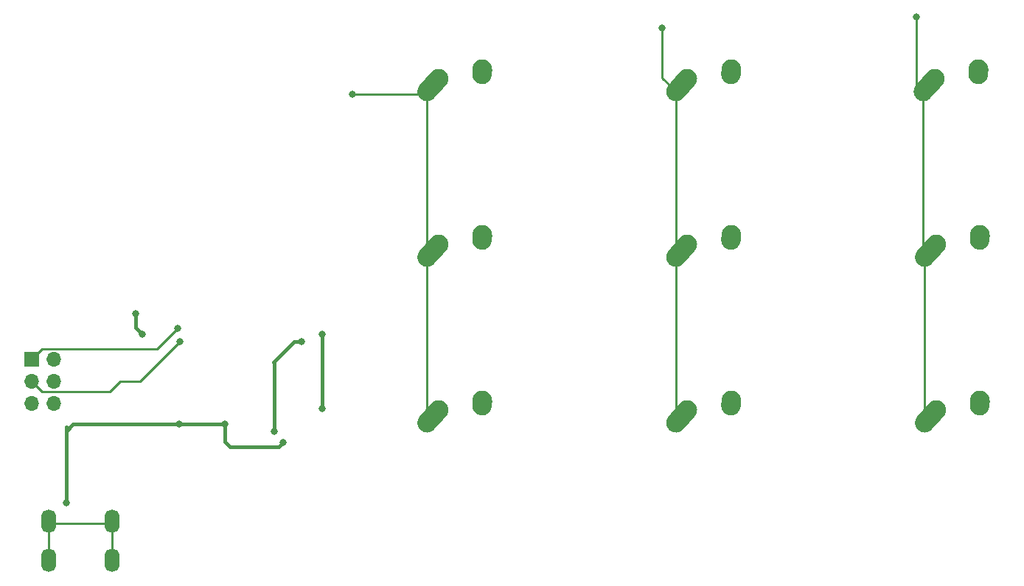
<source format=gtl>
%TF.GenerationSoftware,KiCad,Pcbnew,(5.1.10-1-10_14)*%
%TF.CreationDate,2021-07-24T22:10:12-05:00*%
%TF.ProjectId,Untitled,556e7469-746c-4656-942e-6b696361645f,rev?*%
%TF.SameCoordinates,Original*%
%TF.FileFunction,Copper,L1,Top*%
%TF.FilePolarity,Positive*%
%FSLAX46Y46*%
G04 Gerber Fmt 4.6, Leading zero omitted, Abs format (unit mm)*
G04 Created by KiCad (PCBNEW (5.1.10-1-10_14)) date 2021-07-24 22:10:12*
%MOMM*%
%LPD*%
G01*
G04 APERTURE LIST*
%TA.AperFunction,ComponentPad*%
%ADD10O,1.700000X1.700000*%
%TD*%
%TA.AperFunction,ComponentPad*%
%ADD11R,1.700000X1.700000*%
%TD*%
%TA.AperFunction,ComponentPad*%
%ADD12O,1.700000X2.700000*%
%TD*%
%TA.AperFunction,ComponentPad*%
%ADD13C,2.250000*%
%TD*%
%TA.AperFunction,ViaPad*%
%ADD14C,0.800000*%
%TD*%
%TA.AperFunction,Conductor*%
%ADD15C,0.381000*%
%TD*%
%TA.AperFunction,Conductor*%
%ADD16C,0.254000*%
%TD*%
G04 APERTURE END LIST*
D10*
%TO.P,J1,6*%
%TO.N,GND*%
X46990000Y-101600000D03*
%TO.P,J1,5*%
%TO.N,Net-(J1-Pad5)*%
X44450000Y-101600000D03*
%TO.P,J1,4*%
%TO.N,Net-(J1-Pad4)*%
X46990000Y-99060000D03*
%TO.P,J1,3*%
%TO.N,Net-(J1-Pad3)*%
X44450000Y-99060000D03*
%TO.P,J1,2*%
%TO.N,+5V*%
X46990000Y-96520000D03*
D11*
%TO.P,J1,1*%
%TO.N,Net-(J1-Pad1)*%
X44450000Y-96520000D03*
%TD*%
D12*
%TO.P,USB1,6*%
%TO.N,Net-(USB1-Pad6)*%
X53656250Y-115134000D03*
X46356250Y-115134000D03*
X46356250Y-119634000D03*
X53656250Y-119634000D03*
%TD*%
D13*
%TO.P,MX9,1*%
%TO.N,COL2*%
X148153750Y-64262500D03*
%TA.AperFunction,ComponentPad*%
G36*
G01*
X146092438Y-66559850D02*
X146092433Y-66559845D01*
G75*
G02*
X146006405Y-64971183I751317J837345D01*
G01*
X147316407Y-63511183D01*
G75*
G02*
X148905069Y-63425155I837345J-751317D01*
G01*
X148905069Y-63425155D01*
G75*
G02*
X148991097Y-65013817I-751317J-837345D01*
G01*
X147681095Y-66473817D01*
G75*
G02*
X146092433Y-66559845I-837345J751317D01*
G01*
G37*
%TD.AperFunction*%
%TO.P,MX9,2*%
%TO.N,Net-(D9-Pad2)*%
X153193750Y-63182500D03*
%TA.AperFunction,ComponentPad*%
G36*
G01*
X153077233Y-64884895D02*
X153076347Y-64884834D01*
G75*
G02*
X152031416Y-63685097I77403J1122334D01*
G01*
X152071416Y-63105097D01*
G75*
G02*
X153271153Y-62060166I1122334J-77403D01*
G01*
X153271153Y-62060166D01*
G75*
G02*
X154316084Y-63259903I-77403J-1122334D01*
G01*
X154276084Y-63839903D01*
G75*
G02*
X153076347Y-64884834I-1122334J77403D01*
G01*
G37*
%TD.AperFunction*%
%TD*%
%TO.P,MX5,1*%
%TO.N,COL0*%
X91162500Y-102362500D03*
%TA.AperFunction,ComponentPad*%
G36*
G01*
X89101188Y-104659850D02*
X89101183Y-104659845D01*
G75*
G02*
X89015155Y-103071183I751317J837345D01*
G01*
X90325157Y-101611183D01*
G75*
G02*
X91913819Y-101525155I837345J-751317D01*
G01*
X91913819Y-101525155D01*
G75*
G02*
X91999847Y-103113817I-751317J-837345D01*
G01*
X90689845Y-104573817D01*
G75*
G02*
X89101183Y-104659845I-837345J751317D01*
G01*
G37*
%TD.AperFunction*%
%TO.P,MX5,2*%
%TO.N,Net-(D5-Pad2)*%
X96202500Y-101282500D03*
%TA.AperFunction,ComponentPad*%
G36*
G01*
X96085983Y-102984895D02*
X96085097Y-102984834D01*
G75*
G02*
X95040166Y-101785097I77403J1122334D01*
G01*
X95080166Y-101205097D01*
G75*
G02*
X96279903Y-100160166I1122334J-77403D01*
G01*
X96279903Y-100160166D01*
G75*
G02*
X97324834Y-101359903I-77403J-1122334D01*
G01*
X97284834Y-101939903D01*
G75*
G02*
X96085097Y-102984834I-1122334J77403D01*
G01*
G37*
%TD.AperFunction*%
%TD*%
%TO.P,MX1,1*%
%TO.N,COL0*%
X91162500Y-64262500D03*
%TA.AperFunction,ComponentPad*%
G36*
G01*
X89101188Y-66559850D02*
X89101183Y-66559845D01*
G75*
G02*
X89015155Y-64971183I751317J837345D01*
G01*
X90325157Y-63511183D01*
G75*
G02*
X91913819Y-63425155I837345J-751317D01*
G01*
X91913819Y-63425155D01*
G75*
G02*
X91999847Y-65013817I-751317J-837345D01*
G01*
X90689845Y-66473817D01*
G75*
G02*
X89101183Y-66559845I-837345J751317D01*
G01*
G37*
%TD.AperFunction*%
%TO.P,MX1,2*%
%TO.N,Net-(D1-Pad2)*%
X96202500Y-63182500D03*
%TA.AperFunction,ComponentPad*%
G36*
G01*
X96085983Y-64884895D02*
X96085097Y-64884834D01*
G75*
G02*
X95040166Y-63685097I77403J1122334D01*
G01*
X95080166Y-63105097D01*
G75*
G02*
X96279903Y-62060166I1122334J-77403D01*
G01*
X96279903Y-62060166D01*
G75*
G02*
X97324834Y-63259903I-77403J-1122334D01*
G01*
X97284834Y-63839903D01*
G75*
G02*
X96085097Y-64884834I-1122334J77403D01*
G01*
G37*
%TD.AperFunction*%
%TD*%
%TO.P,MX6,1*%
%TO.N,COL1*%
X119737500Y-102362500D03*
%TA.AperFunction,ComponentPad*%
G36*
G01*
X117676188Y-104659850D02*
X117676183Y-104659845D01*
G75*
G02*
X117590155Y-103071183I751317J837345D01*
G01*
X118900157Y-101611183D01*
G75*
G02*
X120488819Y-101525155I837345J-751317D01*
G01*
X120488819Y-101525155D01*
G75*
G02*
X120574847Y-103113817I-751317J-837345D01*
G01*
X119264845Y-104573817D01*
G75*
G02*
X117676183Y-104659845I-837345J751317D01*
G01*
G37*
%TD.AperFunction*%
%TO.P,MX6,2*%
%TO.N,Net-(D6-Pad2)*%
X124777500Y-101282500D03*
%TA.AperFunction,ComponentPad*%
G36*
G01*
X124660983Y-102984895D02*
X124660097Y-102984834D01*
G75*
G02*
X123615166Y-101785097I77403J1122334D01*
G01*
X123655166Y-101205097D01*
G75*
G02*
X124854903Y-100160166I1122334J-77403D01*
G01*
X124854903Y-100160166D01*
G75*
G02*
X125899834Y-101359903I-77403J-1122334D01*
G01*
X125859834Y-101939903D01*
G75*
G02*
X124660097Y-102984834I-1122334J77403D01*
G01*
G37*
%TD.AperFunction*%
%TD*%
%TO.P,MX8,1*%
%TO.N,COL2*%
X148312500Y-102362500D03*
%TA.AperFunction,ComponentPad*%
G36*
G01*
X146251188Y-104659850D02*
X146251183Y-104659845D01*
G75*
G02*
X146165155Y-103071183I751317J837345D01*
G01*
X147475157Y-101611183D01*
G75*
G02*
X149063819Y-101525155I837345J-751317D01*
G01*
X149063819Y-101525155D01*
G75*
G02*
X149149847Y-103113817I-751317J-837345D01*
G01*
X147839845Y-104573817D01*
G75*
G02*
X146251183Y-104659845I-837345J751317D01*
G01*
G37*
%TD.AperFunction*%
%TO.P,MX8,2*%
%TO.N,Net-(D8-Pad2)*%
X153352500Y-101282500D03*
%TA.AperFunction,ComponentPad*%
G36*
G01*
X153235983Y-102984895D02*
X153235097Y-102984834D01*
G75*
G02*
X152190166Y-101785097I77403J1122334D01*
G01*
X152230166Y-101205097D01*
G75*
G02*
X153429903Y-100160166I1122334J-77403D01*
G01*
X153429903Y-100160166D01*
G75*
G02*
X154474834Y-101359903I-77403J-1122334D01*
G01*
X154434834Y-101939903D01*
G75*
G02*
X153235097Y-102984834I-1122334J77403D01*
G01*
G37*
%TD.AperFunction*%
%TD*%
%TO.P,MX7,1*%
%TO.N,COL2*%
X148312500Y-83312500D03*
%TA.AperFunction,ComponentPad*%
G36*
G01*
X146251188Y-85609850D02*
X146251183Y-85609845D01*
G75*
G02*
X146165155Y-84021183I751317J837345D01*
G01*
X147475157Y-82561183D01*
G75*
G02*
X149063819Y-82475155I837345J-751317D01*
G01*
X149063819Y-82475155D01*
G75*
G02*
X149149847Y-84063817I-751317J-837345D01*
G01*
X147839845Y-85523817D01*
G75*
G02*
X146251183Y-85609845I-837345J751317D01*
G01*
G37*
%TD.AperFunction*%
%TO.P,MX7,2*%
%TO.N,Net-(D7-Pad2)*%
X153352500Y-82232500D03*
%TA.AperFunction,ComponentPad*%
G36*
G01*
X153235983Y-83934895D02*
X153235097Y-83934834D01*
G75*
G02*
X152190166Y-82735097I77403J1122334D01*
G01*
X152230166Y-82155097D01*
G75*
G02*
X153429903Y-81110166I1122334J-77403D01*
G01*
X153429903Y-81110166D01*
G75*
G02*
X154474834Y-82309903I-77403J-1122334D01*
G01*
X154434834Y-82889903D01*
G75*
G02*
X153235097Y-83934834I-1122334J77403D01*
G01*
G37*
%TD.AperFunction*%
%TD*%
%TO.P,MX2,1*%
%TO.N,COL1*%
X119737500Y-64262500D03*
%TA.AperFunction,ComponentPad*%
G36*
G01*
X117676188Y-66559850D02*
X117676183Y-66559845D01*
G75*
G02*
X117590155Y-64971183I751317J837345D01*
G01*
X118900157Y-63511183D01*
G75*
G02*
X120488819Y-63425155I837345J-751317D01*
G01*
X120488819Y-63425155D01*
G75*
G02*
X120574847Y-65013817I-751317J-837345D01*
G01*
X119264845Y-66473817D01*
G75*
G02*
X117676183Y-66559845I-837345J751317D01*
G01*
G37*
%TD.AperFunction*%
%TO.P,MX2,2*%
%TO.N,Net-(D2-Pad2)*%
X124777500Y-63182500D03*
%TA.AperFunction,ComponentPad*%
G36*
G01*
X124660983Y-64884895D02*
X124660097Y-64884834D01*
G75*
G02*
X123615166Y-63685097I77403J1122334D01*
G01*
X123655166Y-63105097D01*
G75*
G02*
X124854903Y-62060166I1122334J-77403D01*
G01*
X124854903Y-62060166D01*
G75*
G02*
X125899834Y-63259903I-77403J-1122334D01*
G01*
X125859834Y-63839903D01*
G75*
G02*
X124660097Y-64884834I-1122334J77403D01*
G01*
G37*
%TD.AperFunction*%
%TD*%
%TO.P,MX4,1*%
%TO.N,COL1*%
X119737500Y-83312500D03*
%TA.AperFunction,ComponentPad*%
G36*
G01*
X117676188Y-85609850D02*
X117676183Y-85609845D01*
G75*
G02*
X117590155Y-84021183I751317J837345D01*
G01*
X118900157Y-82561183D01*
G75*
G02*
X120488819Y-82475155I837345J-751317D01*
G01*
X120488819Y-82475155D01*
G75*
G02*
X120574847Y-84063817I-751317J-837345D01*
G01*
X119264845Y-85523817D01*
G75*
G02*
X117676183Y-85609845I-837345J751317D01*
G01*
G37*
%TD.AperFunction*%
%TO.P,MX4,2*%
%TO.N,Net-(D4-Pad2)*%
X124777500Y-82232500D03*
%TA.AperFunction,ComponentPad*%
G36*
G01*
X124660983Y-83934895D02*
X124660097Y-83934834D01*
G75*
G02*
X123615166Y-82735097I77403J1122334D01*
G01*
X123655166Y-82155097D01*
G75*
G02*
X124854903Y-81110166I1122334J-77403D01*
G01*
X124854903Y-81110166D01*
G75*
G02*
X125899834Y-82309903I-77403J-1122334D01*
G01*
X125859834Y-82889903D01*
G75*
G02*
X124660097Y-83934834I-1122334J77403D01*
G01*
G37*
%TD.AperFunction*%
%TD*%
%TO.P,MX3,1*%
%TO.N,COL0*%
X91162500Y-83312500D03*
%TA.AperFunction,ComponentPad*%
G36*
G01*
X89101188Y-85609850D02*
X89101183Y-85609845D01*
G75*
G02*
X89015155Y-84021183I751317J837345D01*
G01*
X90325157Y-82561183D01*
G75*
G02*
X91913819Y-82475155I837345J-751317D01*
G01*
X91913819Y-82475155D01*
G75*
G02*
X91999847Y-84063817I-751317J-837345D01*
G01*
X90689845Y-85523817D01*
G75*
G02*
X89101183Y-85609845I-837345J751317D01*
G01*
G37*
%TD.AperFunction*%
%TO.P,MX3,2*%
%TO.N,Net-(D3-Pad2)*%
X96202500Y-82232500D03*
%TA.AperFunction,ComponentPad*%
G36*
G01*
X96085983Y-83934895D02*
X96085097Y-83934834D01*
G75*
G02*
X95040166Y-82735097I77403J1122334D01*
G01*
X95080166Y-82155097D01*
G75*
G02*
X96279903Y-81110166I1122334J-77403D01*
G01*
X96279903Y-81110166D01*
G75*
G02*
X97324834Y-82309903I-77403J-1122334D01*
G01*
X97284834Y-82889903D01*
G75*
G02*
X96085097Y-83934834I-1122334J77403D01*
G01*
G37*
%TD.AperFunction*%
%TD*%
D14*
%TO.N,GND*%
X48406250Y-113030000D03*
X61359152Y-103993750D03*
X66662500Y-103993750D03*
X66662500Y-103993750D03*
X73279000Y-106045000D03*
X77787500Y-102190740D03*
X77787500Y-102190740D03*
X77787500Y-93662500D03*
X77787500Y-93662500D03*
%TO.N,+5V*%
X72263000Y-104775000D03*
X72263000Y-104775000D03*
X75406250Y-94456250D03*
X57150000Y-93662500D03*
X56356250Y-91281250D03*
%TO.N,COL0*%
X81280000Y-66040000D03*
%TO.N,COL1*%
X116840000Y-58420000D03*
%TO.N,COL2*%
X146050000Y-57150000D03*
%TO.N,Net-(J1-Pad3)*%
X61468000Y-94488000D03*
%TO.N,Net-(J1-Pad1)*%
X61214000Y-92964000D03*
%TD*%
D15*
%TO.N,GND*%
X48406250Y-113030000D02*
X48406250Y-104298750D01*
X48406250Y-104787500D02*
X49212500Y-103981250D01*
X61346652Y-103981250D02*
X61359152Y-103993750D01*
X49212500Y-103981250D02*
X61346652Y-103981250D01*
X61359152Y-103993750D02*
X66662500Y-103993750D01*
X66662500Y-103993750D02*
X66662500Y-106032500D01*
X66662500Y-106032500D02*
X67183000Y-106553000D01*
X67183000Y-106553000D02*
X72771000Y-106553000D01*
X72771000Y-106553000D02*
X73279000Y-106045000D01*
X77787500Y-102190740D02*
X77787500Y-93662500D01*
%TO.N,+5V*%
X72263000Y-104775000D02*
X72263000Y-96826323D01*
X72263000Y-96826323D02*
X72242427Y-96826323D01*
X72242427Y-96826323D02*
X74612500Y-94456250D01*
X74612500Y-94456250D02*
X75406250Y-94456250D01*
X57150000Y-93662500D02*
X56356250Y-92868750D01*
X56356250Y-92868750D02*
X56356250Y-91281250D01*
D16*
%TO.N,COL0*%
X89385000Y-66040000D02*
X91162500Y-64262500D01*
X81280000Y-66040000D02*
X89385000Y-66040000D01*
X89852500Y-66992500D02*
X89852500Y-84772500D01*
X89852500Y-65722500D02*
X89852500Y-66992500D01*
X89852500Y-84772500D02*
X89852500Y-103822500D01*
%TO.N,COL1*%
X116840000Y-64135000D02*
X118427500Y-65722500D01*
X116840000Y-58420000D02*
X116840000Y-64135000D01*
X118427500Y-65722500D02*
X118427500Y-84772500D01*
X118427500Y-84772500D02*
X118427500Y-103822500D01*
%TO.N,Net-(USB1-Pad6)*%
X46356250Y-119856250D02*
X46356250Y-115356250D01*
X53656250Y-119856250D02*
X53656250Y-115356250D01*
X53656250Y-115356250D02*
X46356250Y-115356250D01*
%TO.N,COL2*%
X146050000Y-64928750D02*
X146843750Y-65722500D01*
X146050000Y-57150000D02*
X146050000Y-64928750D01*
X146843750Y-84613750D02*
X147002500Y-84772500D01*
X146843750Y-65722500D02*
X146843750Y-84613750D01*
X147002500Y-104457500D02*
X147002500Y-103822500D01*
X147002500Y-84772500D02*
X147002500Y-104457500D01*
%TO.N,Net-(J1-Pad3)*%
X45627001Y-100237001D02*
X53432999Y-100237001D01*
X44450000Y-99060000D02*
X45627001Y-100237001D01*
X53432999Y-100237001D02*
X54610000Y-99060000D01*
X54610000Y-99060000D02*
X56896000Y-99060000D01*
X56896000Y-99060000D02*
X61468000Y-94488000D01*
%TO.N,Net-(J1-Pad1)*%
X45627001Y-95342999D02*
X58835001Y-95342999D01*
X44450000Y-96520000D02*
X45627001Y-95342999D01*
X58835001Y-95342999D02*
X61214000Y-92964000D01*
%TD*%
M02*

</source>
